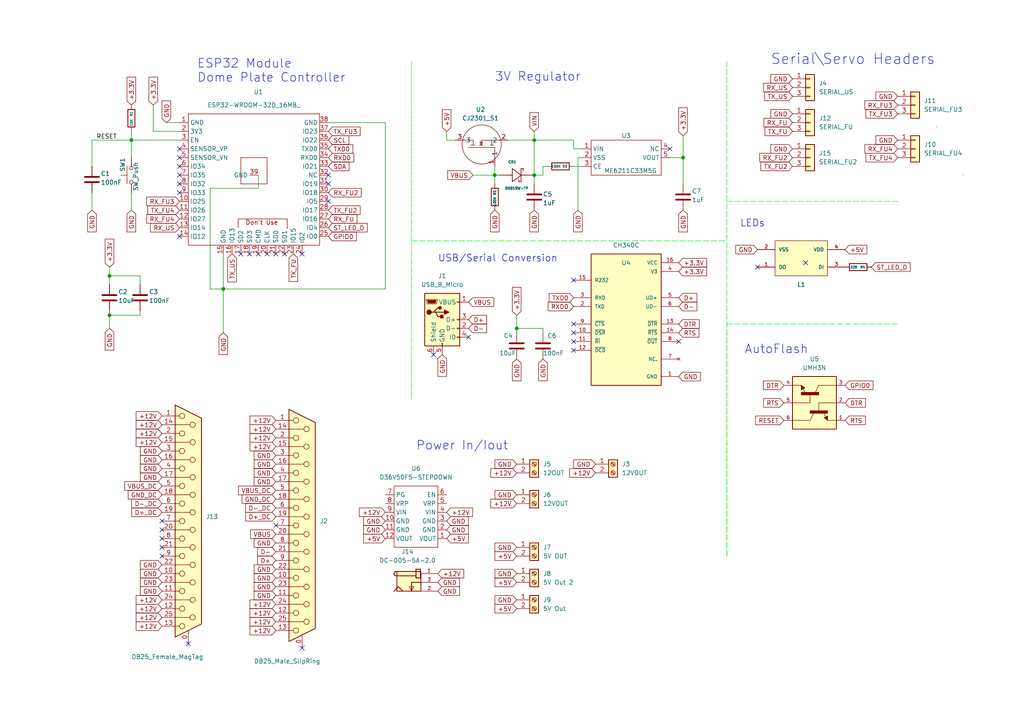
<source format=kicad_sch>
(kicad_sch (version 20211123) (generator eeschema)
  (paper "A4")
  (title_block (title "Dome Plate Controller") (date "2022-11-16") (rev "2.0") (company "Created by: Greg Hulette") (comment 3 "- Controls Serial Comms to other devices") (comment 4 "- Accepts ESP-NOW messages"))
  (lib_symbols
    (symbol "B5819W-TP_1" (pin_numbers hide) (pin_names hide)
      (property "Reference" "CR" (at 5.08 4.445 0))
      (property "Value" "B5819W-TP_1" (at 5.08 -7.62 0))
      (symbol "B5819W-TP_1_1_1"
        (pin unspecified line (at 0 0 0) (length 2.54) (name "A") (number "A"))
        (pin unspecified line (at 10.16 0 180) (length 2.54) (name "C") (number "C"))
      )
    )
    (symbol "Connector:DB25_Female_MountingHoles" (pin_names (offset 1.016) hide)
      (property "Reference" "J" (at 0 36.83 0))
      (property "Value" "DB25_Female_MountingHoles" (at 0 34.925 0))
      (symbol "DB25_Female_MountingHoles_1_1"
        (pin passive line (at 0 -35.56 90) (length 3.81) (name "PAD") (number "0"))
        (pin passive line (at -7.62 30.48 0) (length 3.81) (name "1") (number "1"))
        (pin passive line (at -7.62 -15.24 0) (length 3.81) (name "10") (number "10"))
        (pin passive line (at -7.62 -20.32 0) (length 3.81) (name "11") (number "11"))
        (pin passive line (at -7.62 -25.4 0) (length 3.81) (name "12") (number "12"))
        (pin passive line (at -7.62 -30.48 0) (length 3.81) (name "13") (number "13"))
        (pin passive line (at -7.62 27.94 0) (length 3.81) (name "P14") (number "14"))
        (pin passive line (at -7.62 22.86 0) (length 3.81) (name "P15") (number "15"))
        (pin passive line (at -7.62 17.78 0) (length 3.81) (name "P16") (number "16"))
        (pin passive line (at -7.62 12.7 0) (length 3.81) (name "P17") (number "17"))
        (pin passive line (at -7.62 7.62 0) (length 3.81) (name "P18") (number "18"))
        (pin passive line (at -7.62 2.54 0) (length 3.81) (name "P19") (number "19"))
        (pin passive line (at -7.62 25.4 0) (length 3.81) (name "2") (number "2"))
        (pin passive line (at -7.62 -2.54 0) (length 3.81) (name "P20") (number "20"))
        (pin passive line (at -7.62 -7.62 0) (length 3.81) (name "P21") (number "21"))
        (pin passive line (at -7.62 -12.7 0) (length 3.81) (name "P22") (number "22"))
        (pin passive line (at -7.62 -17.78 0) (length 3.81) (name "P23") (number "23"))
        (pin passive line (at -7.62 -22.86 0) (length 3.81) (name "P24") (number "24"))
        (pin passive line (at -7.62 -27.94 0) (length 3.81) (name "P25") (number "25"))
        (pin passive line (at -7.62 20.32 0) (length 3.81) (name "3") (number "3"))
        (pin passive line (at -7.62 15.24 0) (length 3.81) (name "4") (number "4"))
        (pin passive line (at -7.62 10.16 0) (length 3.81) (name "5") (number "5"))
        (pin passive line (at -7.62 5.08 0) (length 3.81) (name "6") (number "6"))
        (pin passive line (at -7.62 0 0) (length 3.81) (name "7") (number "7"))
        (pin passive line (at -7.62 -5.08 0) (length 3.81) (name "8") (number "8"))
        (pin passive line (at -7.62 -10.16 0) (length 3.81) (name "9") (number "9"))
      )
    )
    (symbol "Connector:Screw_Terminal_01x02" (pin_names (offset 1.016) hide)
      (property "Reference" "J" (at 0 2.54 0))
      (property "Value" "Screw_Terminal_01x02" (at 0 -5.08 0))
      (symbol "Screw_Terminal_01x02_1_1"
        (pin passive line (at -5.08 0 0) (length 3.81) (name "Pin_1") (number "1"))
        (pin passive line (at -5.08 -2.54 0) (length 3.81) (name "Pin_2") (number "2"))
      )
    )
    (symbol "Connector:USB_B_Micro" (pin_names (offset 1.016))
      (property "Reference" "J" (at -5.08 11.43 0))
      (property "Value" "USB_B_Micro" (at -5.08 8.89 0))
      (symbol "USB_B_Micro_1_1"
        (pin power_out line (at 7.62 5.08 180) (length 2.54) (name "VBUS") (number "1"))
        (pin bidirectional line (at 7.62 -2.54 180) (length 2.54) (name "D-") (number "2"))
        (pin bidirectional line (at 7.62 0 180) (length 2.54) (name "D+") (number "3"))
        (pin passive line (at 7.62 -5.08 180) (length 2.54) (name "ID") (number "4"))
        (pin power_out line (at 0 -10.16 90) (length 2.54) (name "GND") (number "5"))
        (pin passive line (at -2.54 -10.16 90) (length 2.54) (name "Shield") (number "6"))
      )
    )
    (symbol "Connector_Generic:Conn_01x03" (pin_names (offset 1.016) hide)
      (property "Reference" "J" (at 0 5.08 0))
      (property "Value" "Conn_01x03" (at 0 -5.08 0))
      (symbol "Conn_01x03_1_1"
        (pin passive line (at -5.08 2.54 0) (length 3.81) (name "Pin_1") (number "1"))
        (pin passive line (at -5.08 0 0) (length 3.81) (name "Pin_2") (number "2"))
        (pin passive line (at -5.08 -2.54 0) (length 3.81) (name "Pin_3") (number "3"))
      )
    )
    (symbol "Custom:CH340C" (pin_names (offset 1.016))
      (property "Reference" "U" (at -10.16 20.955 0))
      (property "Value" "CH340C" (at -10.16 -20.32 0))
      (symbol "CH340C_0_0"
        (pin power_in line (at 15.24 -15.24 180) (length 5.08) (name "GND") (number "1"))
        (pin input line (at -15.24 -2.54 0) (length 5.08) (name "~{DSR}") (number "10"))
        (pin input line (at -15.24 -5.08 0) (length 5.08) (name "~{RI}") (number "11"))
        (pin input line (at -15.24 -7.62 0) (length 5.08) (name "~{DCD}") (number "12"))
        (pin output line (at 15.24 0 180) (length 5.08) (name "~{DTR}") (number "13"))
        (pin output line (at 15.24 -2.54 180) (length 5.08) (name "~{RTS}") (number "14"))
        (pin input line (at -15.24 12.7 0) (length 5.08) (name "R232") (number "15"))
        (pin power_in line (at 15.24 17.78 180) (length 5.08) (name "VCC") (number "16"))
        (pin output line (at -15.24 5.08 0) (length 5.08) (name "TXD") (number "2"))
        (pin input line (at -15.24 7.62 0) (length 5.08) (name "RXD") (number "3"))
        (pin power_in line (at 15.24 15.24 180) (length 5.08) (name "V3") (number "4"))
        (pin bidirectional line (at 15.24 7.62 180) (length 5.08) (name "UD+") (number "5"))
        (pin bidirectional line (at 15.24 5.08 180) (length 5.08) (name "UD-") (number "6"))
        (pin no_connect line (at 15.24 -10.16 180) (length 5.08) (name "NC.") (number "7"))
        (pin output line (at 15.24 -5.08 180) (length 5.08) (name "~{OUT}") (number "8"))
        (pin input line (at -15.24 0 0) (length 5.08) (name "~{CTS}") (number "9"))
      )
    )
    (symbol "Custom:CJ2301_S1"
      (property "Reference" "U" (at 0 10.16 0))
      (property "Value" "CJ2301_S1" (at -1.27 -10.16 0))
      (symbol "CJ2301_S1_1_1"
        (pin bidirectional line (at 3.81 -6.35 90) (length 2.54) (name "1") (number "1"))
        (pin bidirectional line (at 7.62 1.27 180) (length 2.54) (name "2") (number "2"))
        (pin input line (at -7.62 1.27 0) (length 2.54) (name "3") (number "3"))
      )
    )
    (symbol "Custom:DC-005-5A-2.0" (pin_names (offset 1.016) hide)
      (property "Reference" "J" (at -5.08 5.08 0))
      (property "Value" "DC-005-5A-2.0" (at -5.08 -5.08 0))
      (symbol "DC-005-5A-2.0_0_0"
        (pin passive line (at 7.62 2.54 180) (length 5.08) (name "~") (number "1"))
        (pin passive line (at 7.62 -2.54 180) (length 5.08) (name "~") (number "2"))
        (pin passive line (at 7.62 0 180) (length 5.08) (name "~") (number "3"))
      )
    )
    (symbol "Custom:ESP32-WROOM-32-Custom"
      (property "Reference" "U" (at -3.7846 54.2036 0))
      (property "Value" "ESP32-WROOM-32-Custom" (at -2.1082 -82.3214 0))
      (symbol "ESP32-WROOM-32-Custom_0_0"
        (text "Don't Use" (at 1.016 -11.176 0) (effects (font (size 1.27 1.27))))
      )
      (symbol "ESP32-WROOM-32-Custom_1_1"
        (pin bidirectional line (at -22.86 17.78 0) (length 2.54) (name "GND") (number "1"))
        (pin bidirectional line (at -22.86 -5.08 0) (length 2.54) (name "IO25") (number "10"))
        (pin bidirectional line (at -22.86 -7.62 0) (length 2.54) (name "IO26") (number "11"))
        (pin bidirectional line (at -22.86 -10.16 0) (length 2.54) (name "IO27") (number "12"))
        (pin bidirectional line (at -22.86 -12.7 0) (length 2.54) (name "IO14") (number "13"))
        (pin bidirectional line (at -22.86 -15.24 0) (length 2.54) (name "IO12") (number "14"))
        (pin bidirectional line (at -10.16 -20.32 90) (length 2.54) (name "GND") (number "15"))
        (pin bidirectional line (at -7.62 -20.32 90) (length 2.54) (name "IO13") (number "16"))
        (pin bidirectional line (at -5.08 -20.32 90) (length 2.54) (name "SD2") (number "17"))
        (pin bidirectional line (at -2.54 -20.32 90) (length 2.54) (name "SD3") (number "18"))
        (pin bidirectional line (at 0 -20.32 90) (length 2.54) (name "CMD") (number "19"))
        (pin bidirectional line (at -22.86 15.24 0) (length 2.54) (name "3V3") (number "2"))
        (pin bidirectional line (at 2.54 -20.32 90) (length 2.54) (name "CLK") (number "20"))
        (pin bidirectional line (at 5.08 -20.32 90) (length 2.54) (name "SD0") (number "21"))
        (pin bidirectional line (at 7.62 -20.32 90) (length 2.54) (name "SD1") (number "22"))
        (pin bidirectional line (at 10.16 -20.32 90) (length 2.54) (name "IO15") (number "23"))
        (pin bidirectional line (at 12.7 -20.32 90) (length 2.54) (name "IO2") (number "24"))
        (pin bidirectional line (at 20.32 -15.24 180) (length 2.54) (name "IO0") (number "25"))
        (pin bidirectional line (at 20.32 -12.7 180) (length 2.54) (name "IO4") (number "26"))
        (pin bidirectional line (at 20.32 -10.16 180) (length 2.54) (name "IO16") (number "27"))
        (pin bidirectional line (at 20.32 -7.62 180) (length 2.54) (name "IO17") (number "28"))
        (pin bidirectional line (at 20.32 -5.08 180) (length 2.54) (name "IO5") (number "29"))
        (pin bidirectional line (at -22.86 12.7 0) (length 2.54) (name "EN") (number "3"))
        (pin bidirectional line (at 20.32 -2.54 180) (length 2.54) (name "IO18") (number "30"))
        (pin bidirectional line (at 20.32 0 180) (length 2.54) (name "IO19") (number "31"))
        (pin bidirectional line (at 20.32 2.54 180) (length 2.54) (name "NC") (number "32"))
        (pin bidirectional line (at 20.32 5.08 180) (length 2.54) (name "IO21") (number "33"))
        (pin bidirectional line (at 20.32 7.62 180) (length 2.54) (name "RXD0") (number "34"))
        (pin bidirectional line (at 20.32 10.16 180) (length 2.54) (name "TXD0") (number "35"))
        (pin bidirectional line (at 20.32 12.7 180) (length 2.54) (name "IO22") (number "36"))
        (pin bidirectional line (at 20.32 15.24 180) (length 2.54) (name "IO23") (number "37"))
        (pin bidirectional line (at 20.32 17.78 180) (length 2.54) (name "GND") (number "38"))
        (pin bidirectional line (at 0 2.54 180) (length 2.54) (name "GND") (number "39"))
        (pin bidirectional line (at -22.86 10.16 0) (length 2.54) (name "SENSOR_VP") (number "4"))
        (pin bidirectional line (at -22.86 7.62 0) (length 2.54) (name "SENSOR_VN") (number "5"))
        (pin bidirectional line (at -22.86 5.08 0) (length 2.54) (name "IO34") (number "6"))
        (pin bidirectional line (at -22.86 2.54 0) (length 2.54) (name "IO35") (number "7"))
        (pin bidirectional line (at -22.86 0 0) (length 2.54) (name "IO32") (number "8"))
        (pin bidirectional line (at -22.86 -2.54 0) (length 2.54) (name "IO33") (number "9"))
      )
    )
    (symbol "Custom:ME6211C33M5G"
      (property "Reference" "U" (at -0.1016 6.4262 0))
      (property "Value" "ME6211C33M5G" (at -0.4064 -7.6454 0))
      (symbol "ME6211C33M5G_1_1"
        (pin bidirectional line (at -12.7 2.54 0) (length 2.54) (name "VIN") (number "1"))
        (pin bidirectional line (at -12.7 0 0) (length 2.54) (name "VSS") (number "2"))
        (pin bidirectional line (at -12.7 -2.54 0) (length 2.54) (name "CE") (number "3"))
        (pin bidirectional line (at 12.7 2.54 180) (length 2.54) (name "NC") (number "4"))
        (pin bidirectional line (at 12.7 0 180) (length 2.54) (name "VOUT") (number "5"))
      )
    )
    (symbol "Custom:UMH3N" (pin_names (offset 1.016) hide)
      (property "Reference" "U" (at 2.54 0 0))
      (property "Value" "UMH3N" (at 2.54 -2.54 0))
      (symbol "UMH3N_0_0"
        (pin output line (at -10.16 -10.16 90) (length 2.54) (name "~") (number "1"))
        (pin input line (at -5.08 -10.16 90) (length 2.54) (name "~") (number "2"))
        (pin input line (at 0 -10.16 90) (length 2.54) (name "~") (number "3"))
        (pin output line (at 0 7.62 270) (length 2.54) (name "~") (number "4"))
        (pin input line (at -5.08 7.62 270) (length 2.54) (name "~") (number "5"))
        (pin input line (at -10.16 7.62 270) (length 2.54) (name "~") (number "6"))
      )
    )
    (symbol "Device:C" (pin_numbers hide) (pin_names (offset 0.254))
      (property "Reference" "C" (at 0.635 2.54 0))
      (property "Value" "C" (at 0.635 -2.54 0))
      (symbol "C_1_1"
        (pin passive line (at 0 3.81 270) (length 2.794) (name "~") (number "1"))
        (pin passive line (at 0 -3.81 90) (length 2.794) (name "~") (number "2"))
      )
    )
    (symbol "Device:R" (pin_numbers hide) (pin_names (offset 0))
      (property "Reference" "R" (at 2.032 0 90))
      (property "Value" "R" (at 0 0 90))
      (symbol "R_1_1"
        (pin passive line (at 0 3.81 270) (length 1.27) (name "~") (number "1"))
        (pin passive line (at 0 -3.81 90) (length 1.27) (name "~") (number "2"))
      )
    )
    (symbol "LED:WS2812B-2020" (pin_names (offset 1.016))
      (property "Reference" "L" (at -7.366 5.842 0))
      (symbol "WS2812B-2020_0_0"
        (pin bidirectional line (at 12.7 2.54 180) (length 5.08) (name "DO") (number "1"))
        (pin bidirectional line (at 12.7 -2.54 180) (length 5.08) (name "VSS") (number "2"))
        (pin bidirectional line (at -12.7 2.54 0) (length 5.08) (name "DI") (number "3"))
        (pin bidirectional line (at -12.7 -2.54 0) (length 5.08) (name "VDD") (number "4"))
      )
    )
    (symbol "Pololu:D36V50F5-STEPDOWN"
      (property "Reference" "U" (at 0.762 -11.684 0))
      (property "Value" "D36V50F5-STEPDOWN" (at 0.254 10.414 0))
      (symbol "D36V50F5-STEPDOWN_1_1"
        (pin bidirectional line (at 8.89 -6.35 180) (length 2.54) (name "VOUT") (number "1"))
        (pin bidirectional line (at -8.89 -1.27 0) (length 2.54) (name "GND") (number "10"))
        (pin bidirectional line (at -8.89 -3.81 0) (length 2.54) (name "GND") (number "11"))
        (pin bidirectional line (at -8.89 -6.35 0) (length 2.54) (name "VOUT") (number "12"))
        (pin bidirectional line (at 8.89 -3.81 180) (length 2.54) (name "GND") (number "2"))
        (pin bidirectional line (at 8.89 -1.27 180) (length 2.54) (name "GND") (number "3"))
        (pin bidirectional line (at 8.89 1.27 180) (length 2.54) (name "VIN") (number "4"))
        (pin bidirectional line (at 8.89 3.81 180) (length 2.54) (name "VRP") (number "5"))
        (pin bidirectional line (at 8.89 6.35 180) (length 2.54) (name "EN") (number "6"))
        (pin bidirectional line (at -8.89 6.35 0) (length 2.54) (name "PG") (number "7"))
        (pin bidirectional line (at -8.89 3.81 0) (length 2.54) (name "VRP") (number "8"))
        (pin bidirectional line (at -8.89 1.27 0) (length 2.54) (name "VIN") (number "9"))
      )
    )
    (symbol "Switch:SW_Push" (pin_numbers hide) (pin_names (offset 1.016) hide)
      (property "Reference" "SW" (at 1.27 2.54 0))
      (property "Value" "SW_Push" (at 0 -1.524 0))
      (symbol "SW_Push_0_1"
        (pin passive line (at -5.08 0 0) (length 2.54) (name "1") (number "1"))
        (pin passive line (at 5.08 0 180) (length 2.54) (name "2") (number "2"))
      )
    )
  )
  (junction (at 64.77 83.82))
  (junction (at 31.75 91.44))
  (junction (at 198.12 45.72))
  (junction (at 143.51 50.8))
  (junction (at 31.75 80.01))
  (junction (at 154.94 40.64))
  (junction (at 149.86 95.25))
  (junction (at 38.1 40.64))
  (junction (at 154.94 50.8))
  (no_connect (at 194.31 43.18))
  (no_connect (at 196.85 99.06))
  (no_connect (at 46.99 153.67))
  (no_connect (at 46.99 158.75))
  (no_connect (at 52.07 50.8))
  (no_connect (at 95.25 50.8))
  (no_connect (at 52.07 43.18))
  (no_connect (at 87.63 73.66))
  (no_connect (at 219.71 77.47))
  (no_connect (at 125.73 102.87))
  (no_connect (at 52.07 68.58))
  (no_connect (at 74.93 73.66))
  (no_connect (at 233.68 76.2))
  (no_connect (at 77.47 73.66))
  (no_connect (at 52.07 45.72))
  (no_connect (at 80.01 73.66))
  (no_connect (at 69.85 73.66))
  (no_connect (at 87.63 187.96))
  (no_connect (at 52.07 55.88))
  (no_connect (at 46.99 156.21))
  (no_connect (at 54.61 186.69))
  (no_connect (at 166.37 93.98))
  (no_connect (at 166.37 96.52))
  (no_connect (at 166.37 101.6))
  (no_connect (at 166.37 99.06))
  (no_connect (at 82.55 73.66))
  (no_connect (at 95.25 53.34))
  (no_connect (at 135.89 97.79))
  (no_connect (at 52.07 53.34))
  (no_connect (at 72.39 73.66))
  (no_connect (at 46.99 151.13))
  (no_connect (at 95.25 58.42))
  (no_connect (at 46.99 161.29))
  (no_connect (at 52.07 48.26))
  (no_connect (at 80.01 152.4))
  (no_connect (at 166.37 81.28))
  (wire (pts (xy 40.64 90.17) (xy 40.64 91.44)))
  (wire (pts (xy 38.1 40.64) (xy 52.07 40.64)))
  (wire (pts (xy 271.6847 36.6868) (xy 271.78 36.83)))
  (wire (pts (xy 31.75 77.47) (xy 31.75 80.01)))
  (wire (pts (xy 64.77 83.82) (xy 111.76 83.82)))
  (wire (pts (xy 154.94 50.8) (xy 154.94 53.34)))
  (wire (pts (xy 64.77 73.66) (xy 64.77 83.82)))
  (wire (pts (xy 95.25 35.56) (xy 111.76 35.56)))
  (wire (pts (xy 154.94 40.64) (xy 166.37 40.64)))
  (polyline (pts (xy 210.82 68.58) (xy 210.82 68.58)))
  (wire (pts (xy 40.64 91.44) (xy 31.75 91.44)))
  (wire (pts (xy 64.77 83.82) (xy 64.77 96.52)))
  (polyline (pts (xy 210.82 93.98) (xy 260.35 93.98)) (stroke (width 0) (color 0 255 0 1)))
  (wire (pts (xy 31.75 80.01) (xy 31.75 82.55)))
  (wire (pts (xy 26.67 40.64) (xy 38.1 40.64)))
  (wire (pts (xy 31.75 91.44) (xy 31.75 95.25)))
  (wire (pts (xy 143.51 48.26) (xy 143.51 50.8)))
  (wire (pts (xy 149.86 91.44) (xy 149.86 95.25)))
  (wire (pts (xy 38.1 40.64) (xy 38.1 45.72)))
  (polyline (pts (xy 119.38 17.78) (xy 119.38 115.57)) (stroke (width 0) (color 0 255 0 1)))
  (wire (pts (xy 26.67 48.26) (xy 26.67 40.64)))
  (polyline (pts (xy 210.82 58.42) (xy 260.35 58.42)) (stroke (width 0) (color 0 255 0 1)))
  (wire (pts (xy 74.93 50.8) (xy 74.93 54.61)))
  (wire (pts (xy 166.37 48.26) (xy 168.91 48.26)))
  (wire (pts (xy 198.12 39.37) (xy 198.12 45.72)))
  (wire (pts (xy 38.1 55.88) (xy 38.1 60.96)))
  (wire (pts (xy 40.64 80.01) (xy 40.64 82.55)))
  (wire (pts (xy 44.45 30.48) (xy 44.45 38.1)))
  (wire (pts (xy 157.48 48.26) (xy 157.48 50.8)))
  (wire (pts (xy 149.86 95.25) (xy 149.86 96.52)))
  (polyline (pts (xy 210.82 17.78) (xy 210.82 161.29)) (stroke (width 0) (color 0 255 0 1)))
  (wire (pts (xy 60.96 83.82) (xy 64.77 83.82)))
  (wire (pts (xy 157.48 95.25) (xy 149.86 95.25)))
  (wire (pts (xy 60.96 54.61) (xy 60.96 83.82)))
  (wire (pts (xy 52.07 35.56) (xy 48.26 35.56)))
  (wire (pts (xy 31.75 90.17) (xy 31.75 91.44)))
  (wire (pts (xy 129.54 40.64) (xy 132.08 40.64)))
  (wire (pts (xy 38.1 38.1) (xy 38.1 40.64)))
  (wire (pts (xy 129.54 38.1) (xy 129.54 40.64)))
  (wire (pts (xy 167.64 45.72) (xy 168.91 45.72)))
  (wire (pts (xy 194.31 45.72) (xy 198.12 45.72)))
  (wire (pts (xy 26.67 55.88) (xy 26.67 60.96)))
  (wire (pts (xy 147.32 40.64) (xy 154.94 40.64)))
  (wire (pts (xy 166.37 43.18) (xy 168.91 43.18)))
  (polyline (pts (xy 119.38 69.85) (xy 210.82 69.85)) (stroke (width 0) (color 0 255 0 1)))
  (polyline (pts (xy 210.82 161.29) (xy 210.82 93.98)) (stroke (width 0) (color 0 255 0 1)))
  (wire (pts (xy 154.94 40.64) (xy 154.94 50.8)))
  (wire (pts (xy 166.37 40.64) (xy 166.37 43.18)))
  (wire (pts (xy 198.12 45.72) (xy 198.12 53.34)))
  (wire (pts (xy 143.51 50.8) (xy 143.51 53.34)))
  (wire (pts (xy 44.45 38.1) (xy 52.07 38.1)))
  (wire (pts (xy 167.64 45.72) (xy 167.64 60.96)))
  (wire (pts (xy 137.16 50.8) (xy 143.51 50.8)))
  (wire (pts (xy 74.93 54.61) (xy 60.96 54.61)))
  (wire (pts (xy 279.3047 50.6568) (xy 279.4 50.8)))
  (wire (pts (xy 31.75 80.01) (xy 40.64 80.01)))
  (wire (pts (xy 157.48 50.8) (xy 154.94 50.8)))
  (wire (pts (xy 157.48 95.25) (xy 157.48 96.52)))
  (wire (pts (xy 111.76 35.56) (xy 111.76 83.82)))
  (wire (pts (xy 143.51 50.8) (xy 144.78 50.8)))
  (wire (pts (xy 154.94 38.1) (xy 154.94 40.64)))
  (wire (pts (xy 157.48 48.26) (xy 158.75 48.26)))
  (text "ESP32 Module \nDome Plate Controller" (at 57.15 24.13 0) (effects (font (size 2.54 2.54)) (justify left bottom)))
  (text "3V Regulator\n\n" (at 143.51 27.94 0) (effects (font (size 2.54 2.54)) (justify left bottom)))
  (text "LEDs" (at 214.63 66.04 0) (effects (font (size 2 2)) (justify left bottom)))
  (text "Power In/Iout" (at 120.65 130.81 0) (effects (font (size 2.54 2.54)) (justify left bottom)))
  (text "USB/Serial Conversion \n" (at 127 76.2 0) (effects (font (size 2 2)) (justify left bottom)))
  (text "AutoFlash\n" (at 215.9 102.87 0) (effects (font (size 2.54 2.54)) (justify left bottom)))
  (text "Serial\\Servo Headers" (at 223.52 19.05 0) (effects (font (size 3 3)) (justify left bottom)))
  (label "RESET" (at 27.94 40.64 0))
  (global_label "ST_LED_D" (shape input) (at 95.25 66.04 0) (property "Intersheet References" "${INTERSHEET_REFS}" (effects hide)))
  (global_label "+12V" (shape input) (at 80.01 121.92 180) (property "Intersheet References" "${INTERSHEET_REFS}" (effects hide)))
  (global_label "GND" (shape input) (at 48.26 35.56 90) (property "Intersheet References" "${INTERSHEET_REFS}" (effects hide)))
  (global_label "RX_FU3" (shape input) (at 52.07 58.42 180) (property "Intersheet References" "${INTERSHEET_REFS}" (effects hide)))
  (global_label "GND" (shape input) (at 196.85 109.22 0) (property "Intersheet References" "${INTERSHEET_REFS}" (effects hide)))
  (global_label "RTS" (shape input) (at 196.85 96.52 0) (property "Intersheet References" "${INTERSHEET_REFS}" (effects hide)))
  (global_label "GND" (shape input) (at 46.99 168.91 180) (property "Intersheet References" "${INTERSHEET_REFS}" (effects hide)))
  (global_label "RESET" (shape input) (at 227.33 121.92 180) (property "Intersheet References" "${INTERSHEET_REFS}" (effects hide)))
  (global_label "VIN" (shape input) (at 154.94 38.1 90) (property "Intersheet References" "${INTERSHEET_REFS}" (effects hide)))
  (global_label "+5V" (shape input) (at 111.76 156.21 180) (property "Intersheet References" "${INTERSHEET_REFS}" (effects hide)))
  (global_label "RTS" (shape input) (at 227.33 116.84 180) (property "Intersheet References" "${INTERSHEET_REFS}" (effects hide)))
  (global_label "GND" (shape input) (at 46.99 130.81 180) (property "Intersheet References" "${INTERSHEET_REFS}" (effects hide)))
  (global_label "+12V" (shape input) (at 129.54 148.59 0) (property "Intersheet References" "${INTERSHEET_REFS}" (effects hide)))
  (global_label "GND" (shape input) (at 80.01 170.18 180) (property "Intersheet References" "${INTERSHEET_REFS}" (effects hide)))
  (global_label "GND" (shape input) (at 46.99 133.35 180) (property "Intersheet References" "${INTERSHEET_REFS}" (effects hide)))
  (global_label "GND" (shape input) (at 149.86 173.99 180) (property "Intersheet References" "${INTERSHEET_REFS}" (effects hide)))
  (global_label "+12V" (shape input) (at 46.99 179.07 180) (property "Intersheet References" "${INTERSHEET_REFS}" (effects hide)))
  (global_label "D+" (shape input) (at 135.89 92.71 0) (property "Intersheet References" "${INTERSHEET_REFS}" (effects hide)))
  (global_label "+12V" (shape input) (at 80.01 129.54 180) (property "Intersheet References" "${INTERSHEET_REFS}" (effects hide)))
  (global_label "GND" (shape input) (at 219.71 72.39 180) (property "Intersheet References" "${INTERSHEET_REFS}" (effects hide)))
  (global_label "+12V" (shape input) (at 46.99 120.65 180) (property "Intersheet References" "${INTERSHEET_REFS}" (effects hide)))
  (global_label "RX_FU" (shape input) (at 229.87 35.56 180) (property "Intersheet References" "${INTERSHEET_REFS}" (effects hide)))
  (global_label "VBUS" (shape input) (at 80.01 154.94 180) (property "Intersheet References" "${INTERSHEET_REFS}" (effects hide)))
  (global_label "TXD0" (shape input) (at 95.25 43.18 0) (property "Intersheet References" "${INTERSHEET_REFS}" (effects hide)))
  (global_label "+5V" (shape input) (at 149.86 168.91 180) (property "Intersheet References" "${INTERSHEET_REFS}" (effects hide)))
  (global_label "GND" (shape input) (at 38.1 60.96 270) (property "Intersheet References" "${INTERSHEET_REFS}" (effects hide)))
  (global_label "TX_FU3" (shape input) (at 95.25 38.1 0) (property "Intersheet References" "${INTERSHEET_REFS}" (effects hide)))
  (global_label "+12V" (shape input) (at 46.99 181.61 180) (property "Intersheet References" "${INTERSHEET_REFS}" (effects hide)))
  (global_label "GND" (shape input) (at 80.01 157.48 180) (property "Intersheet References" "${INTERSHEET_REFS}" (effects hide)))
  (global_label "RX_US" (shape input) (at 52.07 66.04 180) (property "Intersheet References" "${INTERSHEET_REFS}" (effects hide)))
  (global_label "TX_FU4" (shape input) (at 52.07 60.96 180) (property "Intersheet References" "${INTERSHEET_REFS}" (effects hide)))
  (global_label "GPIO0" (shape input) (at 95.25 68.58 0) (property "Intersheet References" "${INTERSHEET_REFS}" (effects hide)))
  (global_label "DTR" (shape input) (at 227.33 111.76 180) (property "Intersheet References" "${INTERSHEET_REFS}" (effects hide)))
  (global_label "GND" (shape input) (at 143.51 60.96 270) (property "Intersheet References" "${INTERSHEET_REFS}" (effects hide)))
  (global_label "+12V" (shape input) (at 80.01 124.46 180) (property "Intersheet References" "${INTERSHEET_REFS}" (effects hide)))
  (global_label "RXD0" (shape input) (at 95.25 45.72 0) (property "Intersheet References" "${INTERSHEET_REFS}" (effects hide)))
  (global_label "GND" (shape input) (at 229.87 33.02 180) (property "Intersheet References" "${INTERSHEET_REFS}" (effects hide)))
  (global_label "TX_FU2" (shape input) (at 95.25 60.96 0) (property "Intersheet References" "${INTERSHEET_REFS}" (effects hide)))
  (global_label "+5V" (shape input) (at 245.11 72.39 0) (property "Intersheet References" "${INTERSHEET_REFS}" (effects hide)))
  (global_label "+12V" (shape input) (at 172.72 137.16 180) (property "Intersheet References" "${INTERSHEET_REFS}" (effects hide)))
  (global_label "+12V" (shape input) (at 80.01 175.26 180) (property "Intersheet References" "${INTERSHEET_REFS}" (effects hide)))
  (global_label "TXD0" (shape input) (at 166.37 86.36 180) (property "Intersheet References" "${INTERSHEET_REFS}" (effects hide)))
  (global_label "GPIO0" (shape input) (at 245.11 111.76 0) (property "Intersheet References" "${INTERSHEET_REFS}" (effects hide)))
  (global_label "+5V" (shape input) (at 129.54 156.21 0) (property "Intersheet References" "${INTERSHEET_REFS}" (effects hide)))
  (global_label "D+" (shape input) (at 196.85 86.36 0) (property "Intersheet References" "${INTERSHEET_REFS}" (effects hide)))
  (global_label "GND" (shape input) (at 172.72 134.62 180) (property "Intersheet References" "${INTERSHEET_REFS}" (effects hide)))
  (global_label "+3.3V" (shape input) (at 149.86 91.44 90) (property "Intersheet References" "${INTERSHEET_REFS}" (effects hide)))
  (global_label "GND" (shape input) (at 46.99 163.83 180) (property "Intersheet References" "${INTERSHEET_REFS}" (effects hide)))
  (global_label "GND" (shape input) (at 80.01 139.7 180) (property "Intersheet References" "${INTERSHEET_REFS}" (effects hide)))
  (global_label "D-" (shape input) (at 135.89 95.25 0) (property "Intersheet References" "${INTERSHEET_REFS}" (effects hide)))
  (global_label "GND" (shape input) (at 80.01 132.08 180) (property "Intersheet References" "${INTERSHEET_REFS}" (effects hide)))
  (global_label "GND" (shape input) (at 64.77 96.52 270) (property "Intersheet References" "${INTERSHEET_REFS}" (effects hide)))
  (global_label "+3.3V" (shape input) (at 196.85 78.74 0) (property "Intersheet References" "${INTERSHEET_REFS}" (effects hide)))
  (global_label "GND" (shape input) (at 46.99 171.45 180) (property "Intersheet References" "${INTERSHEET_REFS}" (effects hide)))
  (global_label "+3.3V" (shape input) (at 31.75 77.47 90) (property "Intersheet References" "${INTERSHEET_REFS}" (effects hide)))
  (global_label "GND" (shape input) (at 129.54 151.13 0) (property "Intersheet References" "${INTERSHEET_REFS}" (effects hide)))
  (global_label "D+_DC" (shape input) (at 80.01 149.86 180) (property "Intersheet References" "${INTERSHEET_REFS}" (effects hide)))
  (global_label "TX_FU" (shape input) (at 229.87 38.1 180) (property "Intersheet References" "${INTERSHEET_REFS}" (effects hide)))
  (global_label "SDA" (shape input) (at 95.25 48.26 0) (property "Intersheet References" "${INTERSHEET_REFS}" (effects hide)))
  (global_label "D-" (shape input) (at 196.85 88.9 0) (property "Intersheet References" "${INTERSHEET_REFS}" (effects hide)))
  (global_label "GND" (shape input) (at 149.86 134.62 180) (property "Intersheet References" "${INTERSHEET_REFS}" (effects hide)))
  (global_label "D+_DC" (shape input) (at 46.99 148.59 180) (property "Intersheet References" "${INTERSHEET_REFS}" (effects hide)))
  (global_label "TX_US" (shape input) (at 67.31 73.66 270) (property "Intersheet References" "${INTERSHEET_REFS}" (effects hide)))
  (global_label "GND" (shape input) (at 80.01 167.64 180) (property "Intersheet References" "${INTERSHEET_REFS}" (effects hide)))
  (global_label "GND" (shape input) (at 198.12 60.96 270) (property "Intersheet References" "${INTERSHEET_REFS}" (effects hide)))
  (global_label "RXD0" (shape input) (at 166.37 88.9 180) (property "Intersheet References" "${INTERSHEET_REFS}" (effects hide)))
  (global_label "TX_FU4" (shape input) (at 260.35 45.72 180) (property "Intersheet References" "${INTERSHEET_REFS}" (effects hide)))
  (global_label "GND" (shape input) (at 260.35 40.64 180) (property "Intersheet References" "${INTERSHEET_REFS}" (effects hide)))
  (global_label "ST_LED_D" (shape input) (at 252.73 77.47 0) (property "Intersheet References" "${INTERSHEET_REFS}" (effects hide)))
  (global_label "VBUS" (shape input) (at 135.89 87.63 0) (property "Intersheet References" "${INTERSHEET_REFS}" (effects hide)))
  (global_label "GND" (shape input) (at 80.01 172.72 180) (property "Intersheet References" "${INTERSHEET_REFS}" (effects hide)))
  (global_label "SCL" (shape input) (at 95.25 40.64 0) (property "Intersheet References" "${INTERSHEET_REFS}" (effects hide)))
  (global_label "+3.3V" (shape input) (at 38.1 30.48 90) (property "Intersheet References" "${INTERSHEET_REFS}" (effects hide)))
  (global_label "GND" (shape input) (at 46.99 166.37 180) (property "Intersheet References" "${INTERSHEET_REFS}" (effects hide)))
  (global_label "+12V" (shape input) (at 46.99 125.73 180) (property "Intersheet References" "${INTERSHEET_REFS}" (effects hide)))
  (global_label "+3.3V" (shape input) (at 196.85 76.2 0) (property "Intersheet References" "${INTERSHEET_REFS}" (effects hide)))
  (global_label "+12V" (shape input) (at 127 166.37 0) (property "Intersheet References" "${INTERSHEET_REFS}" (effects hide)))
  (global_label "+12V" (shape input) (at 80.01 177.8 180) (property "Intersheet References" "${INTERSHEET_REFS}" (effects hide)))
  (global_label "GND" (shape input) (at 149.86 158.75 180) (property "Intersheet References" "${INTERSHEET_REFS}" (effects hide)))
  (global_label "VBUS_DC" (shape input) (at 80.01 142.24 180) (property "Intersheet References" "${INTERSHEET_REFS}" (effects hide)))
  (global_label "GND" (shape input) (at 46.99 135.89 180) (property "Intersheet References" "${INTERSHEET_REFS}" (effects hide)))
  (global_label "+12V" (shape input) (at 46.99 173.99 180) (property "Intersheet References" "${INTERSHEET_REFS}" (effects hide)))
  (global_label "TX_FU2" (shape input) (at 229.87 48.26 180) (property "Intersheet References" "${INTERSHEET_REFS}" (effects hide)))
  (global_label "RX_FU" (shape input) (at 95.25 63.5 0) (property "Intersheet References" "${INTERSHEET_REFS}" (effects hide)))
  (global_label "+5V" (shape input) (at 149.86 176.53 180) (property "Intersheet References" "${INTERSHEET_REFS}" (effects hide)))
  (global_label "+3.3V" (shape input) (at 44.45 30.48 90) (property "Intersheet References" "${INTERSHEET_REFS}" (effects hide)))
  (global_label "+3.3V" (shape input) (at 198.12 39.37 90) (property "Intersheet References" "${INTERSHEET_REFS}" (effects hide)))
  (global_label "+5V" (shape input) (at 129.54 38.1 90) (property "Intersheet References" "${INTERSHEET_REFS}" (effects hide)))
  (global_label "RX_US" (shape input) (at 229.87 25.4 180) (property "Intersheet References" "${INTERSHEET_REFS}" (effects hide)))
  (global_label "GND" (shape input) (at 80.01 134.62 180) (property "Intersheet References" "${INTERSHEET_REFS}" (effects hide)))
  (global_label "GND" (shape input) (at 46.99 138.43 180) (property "Intersheet References" "${INTERSHEET_REFS}" (effects hide)))
  (global_label "GND" (shape input) (at 229.87 22.86 180) (property "Intersheet References" "${INTERSHEET_REFS}" (effects hide)))
  (global_label "GND_DC" (shape input) (at 46.99 143.51 180) (property "Intersheet References" "${INTERSHEET_REFS}" (effects hide)))
  (global_label "+12V" (shape input) (at 80.01 127 180) (property "Intersheet References" "${INTERSHEET_REFS}" (effects hide)))
  (global_label "RX_FU4" (shape input) (at 52.07 63.5 180) (property "Intersheet References" "${INTERSHEET_REFS}" (effects hide)))
  (global_label "GND" (shape input) (at 80.01 165.1 180) (property "Intersheet References" "${INTERSHEET_REFS}" (effects hide)))
  (global_label "RX_FU2" (shape input) (at 95.25 55.88 0) (property "Intersheet References" "${INTERSHEET_REFS}" (effects hide)))
  (global_label "GND" (shape input) (at 154.94 60.96 270) (property "Intersheet References" "${INTERSHEET_REFS}" (effects hide)))
  (global_label "DTR" (shape input) (at 245.11 116.84 0) (property "Intersheet References" "${INTERSHEET_REFS}" (effects hide)))
  (global_label "GND" (shape input) (at 31.75 95.25 270) (property "Intersheet References" "${INTERSHEET_REFS}" (effects hide)))
  (global_label "RTS" (shape input) (at 245.11 121.92 0) (property "Intersheet References" "${INTERSHEET_REFS}" (effects hide)))
  (global_label "D+" (shape input) (at 80.01 162.56 180) (property "Intersheet References" "${INTERSHEET_REFS}" (effects hide)))
  (global_label "GND" (shape input) (at 111.76 153.67 180) (property "Intersheet References" "${INTERSHEET_REFS}" (effects hide)))
  (global_label "DTR" (shape input) (at 196.85 93.98 0) (property "Intersheet References" "${INTERSHEET_REFS}" (effects hide)))
  (global_label "GND" (shape input) (at 111.76 151.13 180) (property "Intersheet References" "${INTERSHEET_REFS}" (effects hide)))
  (global_label "GND" (shape input) (at 80.01 137.16 180) (property "Intersheet References" "${INTERSHEET_REFS}" (effects hide)))
  (global_label "GND" (shape input) (at 129.54 153.67 0) (property "Intersheet References" "${INTERSHEET_REFS}" (effects hide)))
  (global_label "GND" (shape input) (at 26.67 60.96 270) (property "Intersheet References" "${INTERSHEET_REFS}" (effects hide)))
  (global_label "+12V" (shape input) (at 46.99 123.19 180) (property "Intersheet References" "${INTERSHEET_REFS}" (effects hide)))
  (global_label "GND_DC" (shape input) (at 80.01 144.78 180) (property "Intersheet References" "${INTERSHEET_REFS}" (effects hide)))
  (global_label "+12V" (shape input) (at 46.99 128.27 180) (property "Intersheet References" "${INTERSHEET_REFS}" (effects hide)))
  (global_label "RX_FU4" (shape input) (at 260.35 43.18 180) (property "Intersheet References" "${INTERSHEET_REFS}" (effects hide)))
  (global_label "GND" (shape input) (at 127 168.91 0) (property "Intersheet References" "${INTERSHEET_REFS}" (effects hide)))
  (global_label "GND" (shape input) (at 128.27 102.87 270) (property "Intersheet References" "${INTERSHEET_REFS}" (effects hide)))
  (global_label "VBUS_DC" (shape input) (at 46.99 140.97 180) (property "Intersheet References" "${INTERSHEET_REFS}" (effects hide)))
  (global_label "TX_FU3" (shape input) (at 260.35 33.02 180) (property "Intersheet References" "${INTERSHEET_REFS}" (effects hide)))
  (global_label "+12V" (shape input) (at 46.99 176.53 180) (property "Intersheet References" "${INTERSHEET_REFS}" (effects hide)))
  (global_label "TX_FU" (shape input) (at 85.09 73.66 270) (property "Intersheet References" "${INTERSHEET_REFS}" (effects hide)))
  (global_label "+12V" (shape input) (at 80.01 180.34 180) (property "Intersheet References" "${INTERSHEET_REFS}" (effects hide)))
  (global_label "+5V" (shape input) (at 149.86 161.29 180) (property "Intersheet References" "${INTERSHEET_REFS}" (effects hide)))
  (global_label "D-_DC" (shape input) (at 46.99 146.05 180) (property "Intersheet References" "${INTERSHEET_REFS}" (effects hide)))
  (global_label "GND" (shape input) (at 127 171.45 0) (property "Intersheet References" "${INTERSHEET_REFS}" (effects hide)))
  (global_label "+12V" (shape input) (at 111.76 148.59 180) (property "Intersheet References" "${INTERSHEET_REFS}" (effects hide)))
  (global_label "+12V" (shape input) (at 149.86 146.05 180) (property "Intersheet References" "${INTERSHEET_REFS}" (effects hide)))
  (global_label "GND" (shape input) (at 149.86 104.14 270) (property "Intersheet References" "${INTERSHEET_REFS}" (effects hide)))
  (global_label "D-" (shape input) (at 80.01 160.02 180) (property "Intersheet References" "${INTERSHEET_REFS}" (effects hide)))
  (global_label "GND" (shape input) (at 149.86 143.51 180) (property "Intersheet References" "${INTERSHEET_REFS}" (effects hide)))
  (global_label "VBUS" (shape input) (at 137.16 50.8 180) (property "Intersheet References" "${INTERSHEET_REFS}" (effects hide)))
  (global_label "GND" (shape input) (at 149.86 166.37 180) (property "Intersheet References" "${INTERSHEET_REFS}" (effects hide)))
  (global_label "+12V" (shape input) (at 149.86 137.16 180) (property "Intersheet References" "${INTERSHEET_REFS}" (effects hide)))
  (global_label "GND" (shape input) (at 157.48 104.14 270) (property "Intersheet References" "${INTERSHEET_REFS}" (effects hide)))
  (global_label "RX_FU3" (shape input) (at 260.35 30.48 180) (property "Intersheet References" "${INTERSHEET_REFS}" (effects hide)))
  (global_label "+12V" (shape input) (at 80.01 182.88 180) (property "Intersheet References" "${INTERSHEET_REFS}" (effects hide)))
  (global_label "TX_US" (shape input) (at 229.87 27.94 180) (property "Intersheet References" "${INTERSHEET_REFS}" (effects hide)))
  (global_label "GND" (shape input) (at 229.87 43.18 180) (property "Intersheet References" "${INTERSHEET_REFS}" (effects hide)))
  (global_label "GND" (shape input) (at 260.35 27.94 180) (property "Intersheet References" "${INTERSHEET_REFS}" (effects hide)))
  (global_label "RX_FU2" (shape input) (at 229.87 45.72 180) (property "Intersheet References" "${INTERSHEET_REFS}" (effects hide)))
  (global_label "GND" (shape input) (at 167.64 60.96 270) (property "Intersheet References" "${INTERSHEET_REFS}" (effects hide)))
  (global_label "D-_DC" (shape input) (at 80.01 147.32 180) (property "Intersheet References" "${INTERSHEET_REFS}" (effects hide)))
  (symbol (lib_id "Connector:Screw_Terminal_01x02") (at 154.94 158.75 0) (unit 1)
    (property "Reference" "J7" (at 157.48 158.7499 0) (effects (justify left)))
    (property "Value" "5V OUT" (at 157.48 161.2899 0) (effects (justify left)))
    (property "Footprint" "TerminalBlock_4Ucon:TerminalBlock_4Ucon_1x02_P3.50mm_Horizontal" (effects hide))
    (property "LCSC" " C474892" (effects hide))
  )
  (symbol (lib_id "Custom:ME6211C33M5G") (at 181.61 45.72 0) (unit 1)
    (property "Reference" "U3" (at 181.61 39.37 0))
    (property "Value" "ME6211C33M5G" (at 182.88 49.53 0))
    (property "Footprint" "Package_TO_SOT_SMD:SOT-23-5" (effects hide))
    (property "LCSC" "C82942" (effects hide))
  )
  (symbol (lib_id "Connector_Generic:Conn_01x03") (at 265.43 30.48 0) (unit 1)
    (property "Reference" "J11" (at 267.97 29.2099 0) (effects (justify left)))
    (property "Value" "SERIAL_FU3" (at 267.97 31.7499 0) (effects (justify left)))
    (property "Footprint" "Connector_Molex:Molex_KK-254_AE-6410-03A_1x03_P2.54mm_Vertical" (effects hide))
    (property "LCSC" "C471416" (effects hide))
  )
  (symbol (lib_id "Custom:ESP32-WROOM-32-Custom") (at 74.93 53.34 0) (unit 1)
    (property "Reference" "U1" (at 74.93 26.67 0))
    (property "Value" "ESP32-WROOM-32D_16MB_" (at 73.66 30.48 0))
    (property "Footprint" "RF_Module:ESP32-WROOM-32" (effects hide))
    (property "LCSC" " C529578" (effects hide))
  )
  (symbol (lib_id "Connector:Screw_Terminal_01x02") (at 154.94 134.62 0) (unit 1)
    (property "Reference" "J5" (at 157.48 134.6199 0) (effects (justify left)))
    (property "Value" "12OUT" (at 157.48 137.1599 0) (effects (justify left)))
    (property "Footprint" "TerminalBlock_4Ucon:TerminalBlock_4Ucon_1x02_P3.50mm_Horizontal" (effects hide))
    (property "LCSC" " C474892" (effects hide))
  )
  (symbol (lib_id "Custom:CJ2301_S1") (at 139.7 41.91 0) (unit 1)
    (property "Reference" "U2" (at 139.3648 31.75 0))
    (property "Value" "CJ2301_S1" (at 139.3648 34.29 0))
    (property "Footprint" "Package_TO_SOT_SMD:SOT-23" (effects hide))
    (property "LCSC" " C8547" (effects hide))
  )
  (symbol (lib_id "Connector:USB_B_Micro") (at 128.27 92.71 0) (unit 1)
    (property "Reference" "J1" (at 128.27 80.01 0))
    (property "Value" "USB_B_Micro" (at 128.27 82.55 0))
    (property "Footprint" "Connector_USB:USB_Micro-B_Amphenol_10118194_Horizontal" (effects hide))
    (property "LCSC" "C132563" (effects hide))
  )
  (symbol (lib_id "Connector:Screw_Terminal_01x02") (at 154.94 143.51 0) (unit 1)
    (property "Reference" "J6" (at 157.48 143.5099 0) (effects (justify left)))
    (property "Value" "12VOUT" (at 157.48 146.0499 0) (effects (justify left)))
    (property "Footprint" "TerminalBlock_4Ucon:TerminalBlock_4Ucon_1x02_P3.50mm_Horizontal" (effects hide))
    (property "LCSC" " C474892" (effects hide))
  )
  (symbol (lib_id "Connector:DB25_Female_MountingHoles") (at 54.61 151.13 0) (unit 1)
    (property "Reference" "J13" (at 59.69 149.8599 0) (effects (justify left)))
    (property "Value" "DB25_Female_MagTag" (at 38.1 190.4999 0) (effects (justify left)))
    (property "Footprint" "Connector_Dsub:DSUB-25_Female_Vertical_P2.77x2.84mm_MountingHoles" (effects hide))
    (property "Datasheet" " ~" (effects hide))
    (property "LCSC" "C2834383" (effects hide))
  )
  (symbol (lib_id "Device:C") (at 154.94 57.15 180) (unit 1)
    (property "Reference" "C5" (at 157.48 56.3117 0) (effects (justify right)))
    (property "Value" "1uF" (at 157.48 58.8517 0) (effects (justify right)))
    (property "Footprint" "Capacitor_SMD:C_0402_1005Metric" (effects hide))
    (property "LCSC" "C77009" (effects hide))
  )
  (symbol (lib_id "Device:C") (at 40.64 86.36 0) (unit 1)
    (property "Reference" "C3" (at 43.18 84.6581 0) (effects (justify left)))
    (property "Value" "100nF" (at 43.18 87.1981 0) (effects (justify left)))
    (property "Footprint" "Capacitor_SMD:C_0402_1005Metric" (effects hide))
    (property "LCSC" "C307331" (effects hide))
  )
  (symbol (lib_id "LED:WS2812B-2020") (at 232.41 74.93 180) (unit 1)
    (property "Reference" "L1" (at 232.41 82.55 0))
    (property "Value" "WS2812B-2020" (effects hide))
    (property "Footprint" "Custom:WS2812B-2020" (effects hide))
    (property "LCSC" "C965555" (effects hide))
  )
  (symbol (lib_id "Device:C") (at 157.48 100.33 0) (unit 1)
    (property "Reference" "C6" (at 158.75 97.3581 0) (effects (justify left)))
    (property "Value" "100nF" (at 157.48 102.4381 0) (effects (justify left)))
    (property "Footprint" "Capacitor_SMD:C_0402_1005Metric" (effects hide))
    (property "LCSC" "C307331" (effects hide))
  )
  (symbol (lib_id "Connector_Generic:Conn_01x03") (at 234.95 45.72 0) (unit 1)
    (property "Reference" "J15" (at 237.49 44.4499 0) (effects (justify left)))
    (property "Value" "SERIAL_FU2" (at 237.49 46.9899 0) (effects (justify left)))
    (property "Footprint" "Connector_Molex:Molex_KK-254_AE-6410-03A_1x03_P2.54mm_Vertical" (effects hide))
    (property "LCSC" "C471416" (effects hide))
  )
  (symbol (lib_id "Connector_Generic:Conn_01x03") (at 265.43 43.18 0) (unit 1)
    (property "Reference" "J10" (at 267.97 41.9099 0) (effects (justify left)))
    (property "Value" "SERIAL_FU4" (at 267.97 44.4499 0) (effects (justify left)))
    (property "Footprint" "Connector_Molex:Molex_KK-254_AE-6410-03A_1x03_P2.54mm_Vertical" (effects hide))
    (property "LCSC" "C471416" (effects hide))
  )
  (symbol (lib_id "Device:C") (at 198.12 57.15 0) (unit 1)
    (property "Reference" "C7" (at 200.66 55.4481 0) (effects (justify left)))
    (property "Value" "1uF" (at 200.66 57.9881 0) (effects (justify left)))
    (property "Footprint" "Capacitor_SMD:C_0402_1005Metric" (effects hide))
    (property "LCSC" "C77009" (effects hide))
  )
  (symbol (lib_id "Custom:UMH3N") (at 234.95 111.76 90) (unit 1)
    (property "Reference" "U5" (at 236.22 104.14 90))
    (property "Value" "UMH3N" (at 236.22 106.68 90))
    (property "Footprint" "Custom:UMT6" (effects hide))
    (property "LCSC" " C62892" (effects hide))
  )
  (symbol (lib_id "Device:R") (at 143.51 57.15 0) (unit 1)
    (property "Reference" "R2" (at 143.51 55.88 90) (effects (font (size 0.7 0.7))))
    (property "Value" "100K" (at 143.51 58.42 90) (effects (font (size 0.7 0.7))))
    (property "Footprint" "Resistor_SMD:R_0603_1608Metric" (effects hide))
    (property "LCSC" "C25803" (effects hide))
  )
  (symbol (lib_id "Connector:DB25_Female_MountingHoles") (at 87.63 152.4 0) (unit 1)
    (property "Reference" "J2" (at 92.71 151.1299 0) (effects (justify left)))
    (property "Value" "DB25_Male_SlipRing" (at 73.66 191.7699 0) (effects (justify left)))
    (property "Footprint" "Connector_Dsub:DSUB-25_Male_Vertical_P2.77x2.84mm_MountingHoles" (effects hide))
    (property "Datasheet" " ~" (effects hide))
    (property "LCSC" "C2834344" (effects hide))
  )
  (symbol (lib_id "Connector_Generic:Conn_01x03") (at 234.95 35.56 0) (unit 1)
    (property "Reference" "J12" (at 237.49 34.2899 0) (effects (justify left)))
    (property "Value" "SERIAL_FU" (at 237.49 36.8299 0) (effects (justify left)))
    (property "Footprint" "Connector_Molex:Molex_KK-254_AE-6410-03A_1x03_P2.54mm_Vertical" (effects hide))
    (property "LCSC" "C471416" (effects hide))
  )
  (symbol (lib_id "Connector:Screw_Terminal_01x02") (at 177.8 134.62 0) (unit 1)
    (property "Reference" "J3" (at 180.34 134.6199 0) (effects (justify left)))
    (property "Value" "12VOUT" (at 180.34 137.1599 0) (effects (justify left)))
    (property "Footprint" "TerminalBlock_4Ucon:TerminalBlock_4Ucon_1x02_P3.50mm_Horizontal" (effects hide))
    (property "LCSC" " C474892" (effects hide))
  )
  (symbol (lib_id "Device:R") (at 248.92 77.47 270) (unit 1)
    (property "Reference" "R4" (at 250.19 77.47 90) (effects (font (size 0.7 0.7))))
    (property "Value" "220" (at 247.65 77.47 90) (effects (font (size 0.7 0.7))))
    (property "Footprint" "Resistor_SMD:R_0402_1005Metric" (effects hide))
    (property "LCSC" "C25091" (effects hide))
  )
  (symbol (lib_id "Connector:Screw_Terminal_01x02") (at 154.94 166.37 0) (unit 1)
    (property "Reference" "J8" (at 157.48 166.3699 0) (effects (justify left)))
    (property "Value" "5V Out 2" (at 157.48 168.9099 0) (effects (justify left)))
    (property "Footprint" "TerminalBlock_4Ucon:TerminalBlock_4Ucon_1x02_P3.50mm_Horizontal" (effects hide))
    (property "LCSC" " C474892" (effects hide))
  )
  (symbol (lib_id "Switch:SW_Push") (at 38.1 50.8 90) (unit 1)
    (property "Reference" "SW1" (at 35.56 45.7199 0) (effects (justify right)))
    (property "Value" "SW_Push" (at 39.37 46.9899 0) (effects (justify right)))
    (property "Footprint" "Custom:TS-1101S-B-B-B-W-A" (effects hide))
    (property "LCSC" " C692465" (effects hide))
  )
  (symbol (lib_id "Connector_Generic:Conn_01x03") (at 234.95 25.4 0) (unit 1)
    (property "Reference" "J4" (at 237.49 24.1299 0) (effects (justify left)))
    (property "Value" "SERIAL_US" (at 237.49 26.6699 0) (effects (justify left)))
    (property "Footprint" "Connector_Molex:Molex_KK-254_AE-6410-03A_1x03_P2.54mm_Vertical" (effects hide))
    (property "LCSC" "C471416" (effects hide))
  )
  (symbol (lib_id "Pololu:D36V50F5-STEPDOWN") (at 120.65 149.86 0) (unit 1)
    (property "Reference" "U6" (at 120.65 135.89 0))
    (property "Value" "D36V50F5-STEPDOWN" (at 120.65 138.43 0))
    (property "Footprint" "Pololu:D36V50F5-STEPDOWN" (effects hide))
  )
  (symbol (lib_id "Connector:Screw_Terminal_01x02") (at 154.94 173.99 0) (unit 1)
    (property "Reference" "J9" (at 157.48 173.9899 0) (effects (justify left)))
    (property "Value" "5V Out" (at 157.48 176.5299 0) (effects (justify left)))
    (property "Footprint" "TerminalBlock_4Ucon:TerminalBlock_4Ucon_1x02_P3.50mm_Horizontal" (effects hide))
    (property "LCSC" " C474892" (effects hide))
  )
  (symbol (lib_id "Device:C") (at 31.75 86.36 0) (unit 1)
    (property "Reference" "C2" (at 34.29 84.6581 0) (effects (justify left)))
    (property "Value" "10uF" (at 34.29 87.1981 0) (effects (justify left)))
    (property "Footprint" "Capacitor_SMD:C_0402_1005Metric" (effects hide))
    (property "LCSC" "C315248" (effects hide))
  )
  (symbol (lib_id "Device:C") (at 26.67 52.07 0) (unit 1)
    (property "Reference" "C1" (at 29.21 50.3681 0) (effects (justify left)))
    (property "Value" "100nF" (at 29.21 52.9081 0) (effects (justify left)))
    (property "Footprint" "Capacitor_SMD:C_0402_1005Metric" (effects hide))
    (property "LCSC" "C307331" (effects hide))
  )
  (symbol (lib_id "Custom:DC-005-5A-2.0") (at 119.38 168.91 0) (unit 1)
    (property "Reference" "J14" (at 118.1862 160.02 0))
    (property "Value" "DC-005-5A-2.0" (at 118.1862 162.56 0))
    (property "Footprint" "Custom:XKB_DC-005-5A-2.0" (effects hide))
    (property "PARTREV" "A0" (effects hide))
    (property "STANDARD" "Manufacturer Recommendations" (effects hide))
    (property "MANUFACTURER" "XKB" (effects hide))
    (property "MAXIMUM_PACKAGE_HEIGHT" "11 mm" (effects hide))
    (property "LCSC" "C381116" (effects hide))
  )
  (symbol (lib_id "Device:R") (at 38.1 34.29 0) (unit 1)
    (property "Reference" "R1" (at 38.1 33.02 90) (effects (font (size 0.7 0.7))))
    (property "Value" "10K" (at 38.1 35.56 90) (effects (font (size 0.7 0.7))))
    (property "Footprint" "Resistor_SMD:R_0603_1608Metric" (effects hide))
    (property "LCSC" "C269701" (effects hide))
  )
  (symbol (lib_name "B5819W-TP_1") (lib_id "Custom:B5819W-TP") (at 144.78 50.8 0) (unit 1)
    (property "Reference" "CR1" (at 148.59 46.99 0) (effects (font (size 0.75 0.75))))
    (property "Value" "B5819W-TP" (at 149.86 54.61 0) (effects (font (size 0.75 0.75))))
    (property "Footprint" "Custom:SOD3716X135N" (effects hide))
    (property "LCSC" "C84354" (effects hide))
  )
  (symbol (lib_id "Device:R") (at 162.56 48.26 270) (unit 1)
    (property "Reference" "R3" (at 163.83 48.26 90) (effects (font (size 0.7 0.7))))
    (property "Value" "100K" (at 161.29 48.26 90) (effects (font (size 0.7 0.7))))
    (property "Footprint" "Resistor_SMD:R_0603_1608Metric" (effects hide))
    (property "LCSC" "C25803" (effects hide))
  )
  (symbol (lib_id "Custom:CH340C") (at 181.61 93.98 0) (unit 1)
    (property "Reference" "U4" (at 181.61 76.2 0))
    (property "Value" "CH340C" (at 181.61 71.12 0))
    (property "Footprint" "Custom:SOIC127P600X180-16N" (effects hide))
    (property "PARTREV" "2G" (effects hide))
    (property "MANUFACTURER" "WCH" (effects hide))
    (property "MAXIMUM_PACKAGE_HEIGHT" "1.8 mm" (effects hide))
    (property "STANDARD" "IPC 7351B" (effects hide))
    (property "LCSC" "C84681" (effects hide))
  )
  (symbol (lib_id "Device:C") (at 149.86 100.33 0) (unit 1)
    (property "Reference" "C4" (at 146.05 97.3581 0) (effects (justify left)))
    (property "Value" "10uF" (at 144.78 102.4381 0) (effects (justify left)))
    (property "Footprint" "Capacitor_SMD:C_0402_1005Metric" (effects hide))
    (property "LCSC" "C315248" (effects hide))
  )
)
</source>
